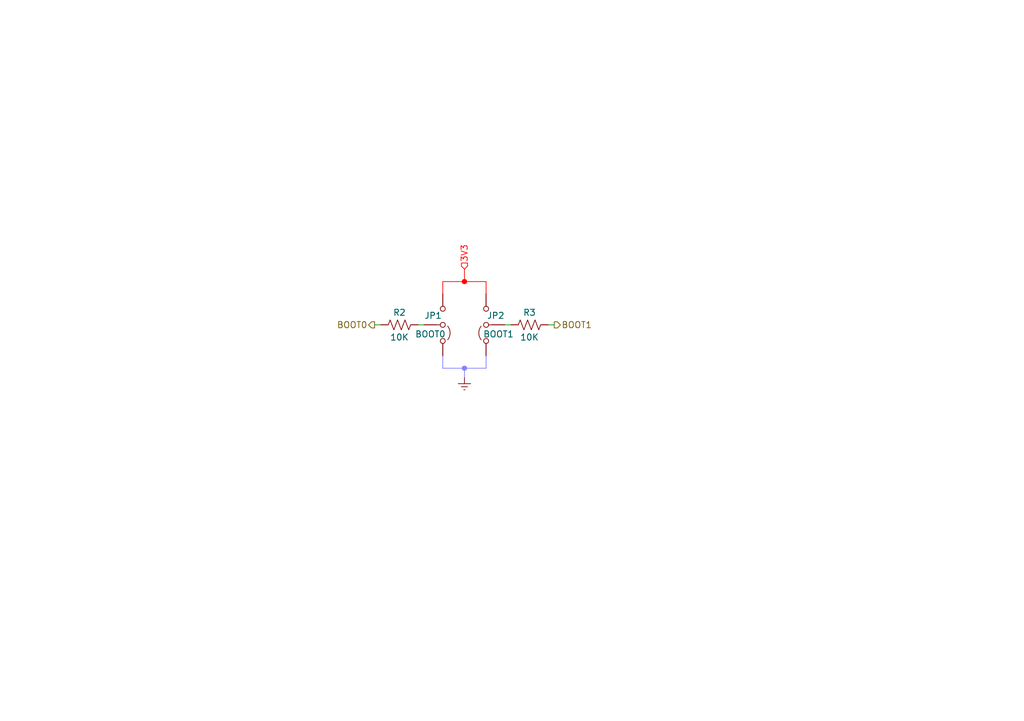
<source format=kicad_sch>
(kicad_sch (version 20231120) (generator "eeschema") (generator_version "8.0")
  (paper "A5")
  (title_block (title "BOOT JUMP") (date "2024-10-26") (company "Designer: Ginsakura"))
  (lib_symbols
    (symbol "Device:R_US" (pin_numbers hide) (pin_names (offset 0))
      (property "Reference" "R" (at 2.54 0 90))
      (property "Value" "R_US" (at -2.54 0 90))
      (symbol "R_US_0_1"
        (polyline (pts (xy 0 -2.286) (xy 0 -2.54)))
        (polyline (pts (xy 0 2.286) (xy 0 2.54)))
        (polyline (pts (xy 0 -0.762) (xy 1.016 -1.143) (xy 0 -1.524) (xy -1.016 -1.905) (xy 0 -2.286)))
        (polyline (pts (xy 0 0.762) (xy 1.016 0.381) (xy 0 0) (xy -1.016 -0.381) (xy 0 -0.762)))
        (polyline (pts (xy 0 2.286) (xy 1.016 1.905) (xy 0 1.524) (xy -1.016 1.143) (xy 0 0.762)))
      )
      (symbol "R_US_1_1"
        (pin passive line (at 0 3.81 270) (length 1.27) (name "~") (number "1"))
        (pin passive line (at 0 -3.81 90) (length 1.27) (name "~") (number "2"))
      )
    )
    (symbol "Jumper:Jumper_3_Open" (pin_numbers hide) (pin_names (offset 0) hide) (exclude_from_sim yes) (in_bom no)
      (property "Reference" "JP2" (at 1.2701 2.54 90))
      (symbol "Jumper_3_Open_0_0"
        (circle (center -3.302 0) (radius 0.508))
        (circle (center 0 0) (radius 0.508))
        (circle (center 3.302 0) (radius 0.508))
      )
      (symbol "Jumper_3_Open_0_1"
        (arc (start -0.254 1.016) (mid -1.651 1.4992) (end -3.048 1.016))
        (polyline (pts (xy 0 -0.508) (xy 0 -1.27)))
      )
      (symbol "Jumper_3_Open_1_1"
        (pin passive line (at -6.35 0 0) (length 2.54) (name "A") (number "1"))
        (pin passive line (at 0 -3.81 90) (length 2.54) (name "C") (number "2"))
        (pin passive line (at 6.35 0 180) (length 2.54) (name "B") (number "3"))
      )
    )
    (symbol "Jumper_3_Open_1" (pin_numbers hide) (pin_names (offset 0) hide) (exclude_from_sim yes) (in_bom no)
      (property "Reference" "JP1" (at -1.2701 2.54 90))
      (symbol "Jumper_3_Open_1_0_0"
        (circle (center -3.302 0) (radius 0.508))
        (circle (center 0 0) (radius 0.508))
        (circle (center 3.302 0) (radius 0.508))
      )
      (symbol "Jumper_3_Open_1_0_1"
        (polyline (pts (xy 0 -0.508) (xy 0 -1.27)))
        (arc (start 3.048 1.016) (mid 1.651 1.4992) (end 0.254 1.016))
      )
      (symbol "Jumper_3_Open_1_1_1"
        (pin passive line (at -6.35 0 0) (length 2.54) (name "A") (number "1"))
        (pin passive line (at 0 -3.81 90) (length 2.54) (name "C") (number "2"))
        (pin passive line (at 6.35 0 180) (length 2.54) (name "B") (number "3"))
      )
    )
    (symbol "power:Earth" (power) (pin_numbers hide) (pin_names (offset 0) hide)
      (property "Value" "Earth" (at 0 -3.81 0))
      (symbol "Earth_0_1"
        (polyline (pts (xy -0.635 -1.905) (xy 0.635 -1.905)))
        (polyline (pts (xy -0.127 -2.54) (xy 0.127 -2.54)))
        (polyline (pts (xy 0 -1.27) (xy 0 0)))
        (polyline (pts (xy 1.27 -1.27) (xy -1.27 -1.27)))
      )
      (symbol "Earth_1_1"
        (pin power_in line (at 0 0 270) (length 0) (name "~") (number "1"))
      )
    )
  )
  (junction (at 95.25 75.565) (color 127 127 255 1))
  (junction (at 95.25 57.785) (color 255 0 0 1))
  (wire (pts (xy 95.25 55.245) (xy 95.25 57.785)) (stroke (width 0) (color 255 0 0 1)))
  (wire (pts (xy 90.805 57.785) (xy 95.25 57.785)) (stroke (width 0) (color 255 0 0 1)))
  (wire (pts (xy 112.395 66.675) (xy 113.665 66.675)))
  (wire (pts (xy 99.695 75.565) (xy 95.25 75.565)) (stroke (width 0) (color 127 127 255 1)))
  (wire (pts (xy 90.805 73.025) (xy 90.805 75.565)) (stroke (width 0) (color 127 127 255 1)))
  (wire (pts (xy 95.25 57.785) (xy 99.695 57.785)) (stroke (width 0) (color 255 0 0 1)))
  (wire (pts (xy 86.995 66.675) (xy 85.725 66.675)))
  (wire (pts (xy 78.105 66.675) (xy 76.835 66.675)))
  (wire (pts (xy 99.695 73.025) (xy 99.695 75.565)) (stroke (width 0) (color 127 127 255 1)))
  (wire (pts (xy 99.695 60.325) (xy 99.695 57.785)) (stroke (width 0) (color 255 0 0 1)))
  (wire (pts (xy 103.505 66.675) (xy 104.775 66.675)))
  (wire (pts (xy 90.805 75.565) (xy 95.25 75.565)) (stroke (width 0) (color 127 127 255 1)))
  (wire (pts (xy 95.25 77.47) (xy 95.25 75.565)) (stroke (width 0) (color 127 127 255 1)))
  (wire (pts (xy 90.805 57.785) (xy 90.805 60.325)) (stroke (width 0) (color 255 0 0 1)))
  (hierarchical_label "BOOT0" (shape output) (at 76.835 66.675 180))
  (hierarchical_label "BOOT1" (shape output) (at 113.665 66.675 0))
  (hierarchical_label "3V3" (shape input) (at 95.25 55.245 90))
  (symbol (lib_id "Jumper:Jumper_3_Open") (at 99.695 66.675 90) (unit 1) (exclude_from_sim yes) (in_bom no)
    (property "Reference" "JP2" (at 103.505 64.77 90) (effects (justify left)))
    (property "Value" "BOOT1" (at 105.41 68.58 90) (effects (justify left)))
    (property "Footprint" "Connector_PinHeader_2.54mm:PinHeader_1x03_P2.54mm_Vertical" (effects (hide yes)))
    (property "Description" "Jumper, 3-pole, both open" (effects (hide yes)))
  )
  (symbol (lib_id "Device:R_US") (at 108.585 66.675 90) (unit 1)
    (property "Reference" "R3" (at 108.585 64.135 90))
    (property "Value" "10K" (at 108.585 69.215 90))
    (property "Footprint" "Resistor_SMD:R_0805_2012Metric" (effects (hide yes)))
    (property "Description" "Resistor, US symbol" (effects (hide yes)))
  )
  (symbol (lib_id "power:Earth") (at 95.25 77.47 0) (unit 1)
    (property "Reference" "#PWR03" (effects (hide yes)))
    (property "Value" "Earth" (effects (hide yes)))
    (property "Description" "Power symbol creates a global label with name \"Earth\"" (effects (hide yes)))
  )
  (symbol (lib_id "Device:R_US") (at 81.915 66.675 90) (unit 1)
    (property "Reference" "R2" (at 81.915 64.135 90))
    (property "Value" "10K" (at 81.915 69.215 90))
    (property "Footprint" "Resistor_SMD:R_0805_2012Metric" (effects (hide yes)))
    (property "Description" "Resistor, US symbol" (effects (hide yes)))
  )
  (symbol (lib_name "Jumper_3_Open_1") (lib_id "Jumper:Jumper_3_Open") (at 90.805 66.675 270) (unit 1) (exclude_from_sim yes) (in_bom no)
    (property "Reference" "JP1" (at 86.995 64.77 90) (effects (justify left)))
    (property "Value" "BOOT0" (at 85.09 68.58 90) (effects (justify left)))
    (property "Footprint" "Connector_PinHeader_2.54mm:PinHeader_1x03_P2.54mm_Vertical" (effects (hide yes)))
    (property "Description" "Jumper, 3-pole, both open" (effects (hide yes)))
  )
)
</source>
